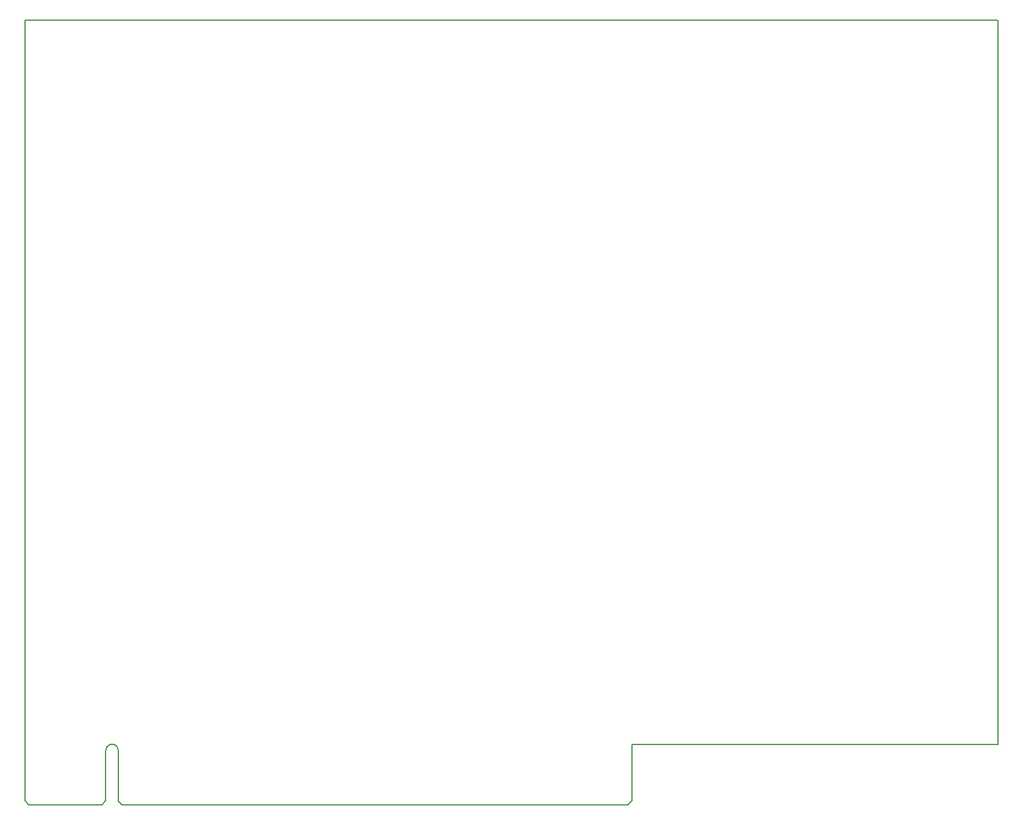
<source format=gm1>
G04 #@! TF.FileFunction,Profile,NP*
%FSLAX46Y46*%
G04 Gerber Fmt 4.6, Leading zero omitted, Abs format (unit mm)*
G04 Created by KiCad (PCBNEW 4.0.7) date 01/07/18 14:46:33*
%MOMM*%
%LPD*%
G01*
G04 APERTURE LIST*
%ADD10C,0.100000*%
%ADD11C,0.150000*%
G04 APERTURE END LIST*
D10*
D11*
X62647795Y-133516884D02*
G75*
G03X62484000Y-133578600I293405J-1026916D01*
G01*
X62842093Y-133444485D02*
G75*
G03X62687200Y-133477000I149907J-1099315D01*
G01*
X63501057Y-133679143D02*
G75*
G03X62890400Y-133426200I-610657J-610657D01*
G01*
X63748145Y-133988100D02*
G75*
G03X63550800Y-133731000I-857745J-454100D01*
G01*
X63783338Y-134096139D02*
G75*
G03X63754000Y-134035800I-892938J-396861D01*
G01*
X63804800Y-134239000D02*
X63804800Y-134188200D01*
X62254930Y-133806730D02*
G75*
G03X62230000Y-133832600I686270J-686270D01*
G01*
X62305568Y-133759579D02*
G75*
G03X62280800Y-133781800I635632J-733421D01*
G01*
X62405638Y-133664256D02*
G75*
G03X62382400Y-133680200I586362J-879544D01*
G01*
X62207823Y-133897131D02*
G75*
G03X62179200Y-133934200I733377J-595869D01*
G01*
X62135734Y-134024967D02*
G75*
G03X62128400Y-134035800I754666J-518833D01*
G01*
X63804895Y-134302500D02*
G75*
G03X62103000Y-134315200I-850995J0D01*
G01*
X185928000Y-133477000D02*
X183197500Y-133477000D01*
X185928000Y-129603500D02*
X185928000Y-133477000D01*
X185928000Y-118110000D02*
X185928000Y-129603500D01*
X185928000Y-108775500D02*
X185928000Y-118110000D01*
X185928000Y-104013000D02*
X185928000Y-108775500D01*
X185928000Y-95885000D02*
X185928000Y-104013000D01*
X185928000Y-85471000D02*
X185928000Y-95885000D01*
X185928000Y-77152500D02*
X185928000Y-85471000D01*
X185928000Y-68008500D02*
X185928000Y-77152500D01*
X185928000Y-60325000D02*
X185928000Y-68008500D01*
X185928000Y-40259000D02*
X185928000Y-60325000D01*
X185928000Y-36322000D02*
X185928000Y-40259000D01*
X185928000Y-33020000D02*
X185928000Y-36322000D01*
X50850800Y-48945800D02*
X50850800Y-44526200D01*
X50850800Y-44526200D02*
X50850800Y-37465000D01*
X50850800Y-37465000D02*
X50850800Y-32994600D01*
X50850800Y-32994600D02*
X84328000Y-32994600D01*
X50850800Y-68859400D02*
X50850800Y-58699400D01*
X50850800Y-58699400D02*
X50850800Y-54127400D01*
X50850800Y-54127400D02*
X50850800Y-48945800D01*
X123850400Y-32994600D02*
X133197600Y-32994600D01*
X84328000Y-32994600D02*
X103225600Y-32994600D01*
X103225600Y-32994600D02*
X111302800Y-32994600D01*
X111302800Y-32994600D02*
X123850400Y-32994600D01*
X163220400Y-133477000D02*
X183184800Y-133477000D01*
X138988800Y-133477000D02*
X163220400Y-133477000D01*
X135128000Y-133477000D02*
X135128000Y-133578600D01*
X135128000Y-133477000D02*
X138988800Y-133477000D01*
X62077600Y-136220200D02*
X62077600Y-134289800D01*
X62077600Y-141300200D02*
X62077600Y-136220200D01*
X61518800Y-141859000D02*
X62077600Y-141300200D01*
X51409600Y-141859000D02*
X61518800Y-141859000D01*
X50850800Y-141300200D02*
X51409600Y-141859000D01*
X50850800Y-139623800D02*
X50850800Y-141300200D01*
X50850800Y-133324600D02*
X50850800Y-139623800D01*
X63804800Y-141300200D02*
X63804800Y-134289800D01*
X63855600Y-141351000D02*
X63804800Y-141300200D01*
X64363600Y-141859000D02*
X63855600Y-141351000D01*
X76200000Y-141859000D02*
X64363600Y-141859000D01*
X89916000Y-141859000D02*
X76200000Y-141859000D01*
X97993200Y-141859000D02*
X89916000Y-141859000D01*
X109829600Y-141859000D02*
X97993200Y-141859000D01*
X123088400Y-141859000D02*
X109829600Y-141859000D01*
X134569200Y-141859000D02*
X123088400Y-141859000D01*
X134620000Y-141808200D02*
X134569200Y-141859000D01*
X135128000Y-141300200D02*
X134620000Y-141808200D01*
X135128000Y-133578600D02*
X135128000Y-141300200D01*
X146456400Y-32994600D02*
X185864500Y-33020000D01*
X133197600Y-32994600D02*
X146456400Y-32994600D01*
X50850800Y-80695800D02*
X50850800Y-68859400D01*
X50850800Y-92075000D02*
X50850800Y-80695800D01*
X50850800Y-100609400D02*
X50850800Y-92075000D01*
X50850800Y-109956600D02*
X50850800Y-100609400D01*
X50850800Y-117322600D02*
X50850800Y-109956600D01*
X50850800Y-123164600D02*
X50850800Y-117322600D01*
X50850800Y-128193800D02*
X50850800Y-123164600D01*
X50850800Y-133273800D02*
X50850800Y-128193800D01*
M02*

</source>
